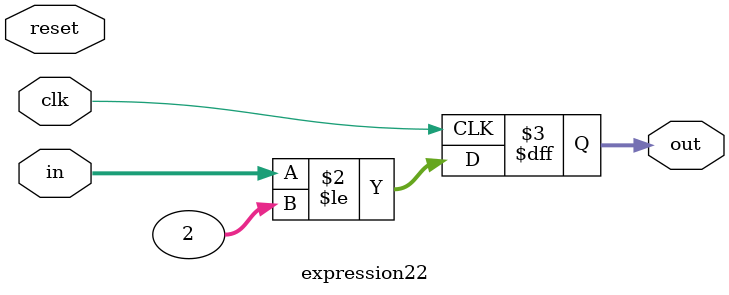
<source format=v>
module expression22
  #(parameter integer WIDTH = 8)
  (input wire             reset,
   input wire             clk,
   input wire [WIDTH-1:0] in,
   output reg [WIDTH-1:0] out);

   always @(posedge clk) out <= in <= 2;

endmodule

</source>
